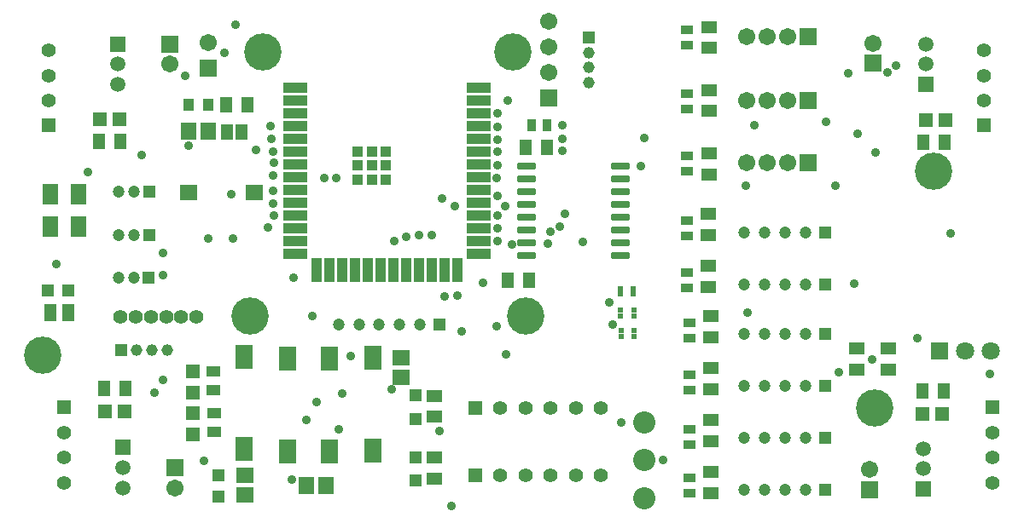
<source format=gts>
%FSTAX23Y23*%
%MOIN*%
%SFA1B1*%

%IPPOS*%
%AMD61*
4,1,8,0.037500,-0.008900,0.037500,0.008900,0.031500,0.014800,-0.031500,0.014800,-0.037500,0.008900,-0.037500,-0.008900,-0.031500,-0.014800,0.031500,-0.014800,0.037500,-0.008900,0.0*
1,1,0.011898,0.031500,-0.008900*
1,1,0.011898,0.031500,0.008900*
1,1,0.011898,-0.031500,0.008900*
1,1,0.011898,-0.031500,-0.008900*
%
%ADD26R,0.039370X0.049212*%
%ADD28R,0.049689X0.037594*%
%ADD29R,0.059378X0.047500*%
%ADD30R,0.047500X0.059378*%
%ADD34R,0.037594X0.049689*%
%ADD35R,0.053342X0.057563*%
%ADD36R,0.045275X0.045275*%
%ADD38R,0.047244X0.047244*%
%ADD43R,0.047244X0.047244*%
%ADD45R,0.055441X0.039626*%
%ADD46R,0.043433X0.043433*%
%ADD47R,0.043433X0.096582*%
%ADD48R,0.096582X0.043433*%
%ADD49R,0.023748X0.022961*%
%ADD50R,0.061937X0.083197*%
%ADD51C,0.086740*%
%ADD52R,0.059181X0.051307*%
%ADD53R,0.051307X0.059181*%
%ADD54R,0.070992X0.093827*%
%ADD55R,0.070992X0.094614*%
%ADD56R,0.069023X0.061149*%
%ADD57R,0.067055X0.063118*%
%ADD58R,0.049338X0.065086*%
%ADD59R,0.051307X0.061149*%
%ADD60R,0.063118X0.067055*%
G04~CAMADD=61~8~0.0~0.0~296.5~749.3~59.5~0.0~15~0.0~0.0~0.0~0.0~0~0.0~0.0~0.0~0.0~0~0.0~0.0~0.0~270.0~750.0~297.0*
%ADD61D61*%
%ADD62R,0.055244X0.055244*%
%ADD63C,0.045275*%
%ADD64C,0.067055*%
%ADD65R,0.067055X0.067055*%
%ADD66C,0.047244*%
%ADD67C,0.070992*%
%ADD68R,0.070992X0.070992*%
%ADD69R,0.067055X0.067055*%
%ADD70C,0.055118*%
%ADD71R,0.055118X0.055118*%
%ADD72C,0.059181*%
%ADD73R,0.059181X0.059181*%
%ADD74R,0.045275X0.045275*%
%ADD75C,0.055559*%
%ADD76R,0.055118X0.055118*%
%ADD77C,0.145795*%
%ADD78C,0.035559*%
%LNpcb1-1*%
%LPD*%
G54D26*
X08515Y0508D03*
X08594D03*
G54D28*
X10462Y04365D03*
Y04426D03*
Y04568D03*
Y04629D03*
X10472Y04168D03*
Y04229D03*
Y03965D03*
Y04026D03*
Y0375D03*
Y03811D03*
Y0356D03*
Y03621D03*
X10462Y04881D03*
Y0482D03*
Y05126D03*
Y05065D03*
Y05376D03*
Y05315D03*
G54D29*
X1125Y04127D03*
Y04044D03*
X11128Y04127D03*
Y04044D03*
G54D30*
X09762Y04393D03*
X09845D03*
X08746Y0508D03*
X08663D03*
G54D34*
X09916Y05002D03*
X09855D03*
G54D35*
X08169Y05025D03*
X08246D03*
X08266Y0388D03*
X08189D03*
X11461Y03872D03*
X11384D03*
X11396Y05022D03*
X11473D03*
G54D36*
X09404Y0361D03*
Y03702D03*
Y03852D03*
Y03944D03*
X1008Y05345D03*
G54D38*
X08634Y03549D03*
Y03631D03*
G54D43*
X08047Y04355D03*
X07965D03*
X11003Y04582D03*
Y03777D03*
Y04183D03*
Y03574D03*
Y04379D03*
Y0398D03*
X08362Y0474D03*
Y04572D03*
X08361Y04403D03*
X09498Y04222D03*
G54D45*
X08618Y038D03*
Y03875D03*
X08612Y03963D03*
Y04038D03*
G54D46*
X09287Y04899D03*
X09232D03*
X09177D03*
X09287Y04788D03*
X09232D03*
X09177D03*
X09287Y04844D03*
X09177D03*
X09232D03*
G54D47*
X09566Y04433D03*
X09516D03*
X09466D03*
X09416D03*
X09366D03*
X09316D03*
X09266D03*
X09216D03*
X09166D03*
X09116D03*
X09066D03*
X09016D03*
G54D48*
X09651Y05148D03*
Y04498D03*
Y04548D03*
Y04598D03*
Y04648D03*
Y04698D03*
Y04748D03*
Y04798D03*
Y04848D03*
Y04898D03*
Y04948D03*
Y04998D03*
Y05048D03*
Y05098D03*
X08932Y04997D03*
Y04947D03*
Y04897D03*
Y04847D03*
Y04797D03*
Y04747D03*
Y04697D03*
Y04647D03*
Y04597D03*
Y04547D03*
Y04497D03*
Y05047D03*
Y05097D03*
Y05147D03*
G54D49*
X10206Y04198D03*
Y04176D03*
X10204Y04279D03*
Y04256D03*
Y0434D03*
Y04362D03*
X10255Y04176D03*
Y04198D03*
Y04256D03*
Y04278D03*
X10253Y04362D03*
Y0434D03*
G54D50*
X08087Y0473D03*
X07975D03*
X08087Y04606D03*
X07975D03*
G54D51*
X10295Y03838D03*
Y0369D03*
X10295Y0354D03*
G54D52*
X10548Y04368D03*
Y0445D03*
X09477Y03619D03*
Y03701D03*
Y0386D03*
Y03942D03*
X10548Y0457D03*
Y04653D03*
X10558Y04171D03*
Y04253D03*
Y03968D03*
Y04051D03*
Y03765D03*
Y03848D03*
Y03562D03*
Y03645D03*
X10549Y04892D03*
Y04809D03*
X10551Y05139D03*
Y05057D03*
Y05385D03*
Y05303D03*
G54D53*
X09915Y04914D03*
X09832D03*
X08167Y04937D03*
X0825D03*
X08271Y03972D03*
X08188D03*
X11467Y0396D03*
X11384D03*
X11388Y04935D03*
X11471D03*
G54D54*
X09068Y03725D03*
X08902Y04087D03*
X08733Y04095D03*
X09237Y03729D03*
G54D55*
X09068Y04087D03*
X08902Y03725D03*
X08733Y03733D03*
X09237Y0409D03*
G54D56*
X08736Y03555D03*
Y03632D03*
G54D57*
X08772Y04737D03*
X08517D03*
X09347Y04016D03*
Y0409D03*
G54D58*
X08047Y04267D03*
X07975D03*
G54D59*
X08667Y04976D03*
X08722D03*
G54D60*
X08592Y04979D03*
X08517D03*
X09052Y03592D03*
X08977D03*
G54D61*
X09836Y0484D03*
Y0479D03*
Y0474D03*
Y0469D03*
Y0464D03*
Y0459D03*
Y0454D03*
Y0449D03*
X10202Y0484D03*
Y0479D03*
Y0474D03*
Y0469D03*
Y0464D03*
Y0459D03*
Y0454D03*
Y0449D03*
G54D62*
X08532Y03875D03*
Y03792D03*
X08533Y04039D03*
Y03956D03*
G54D63*
X1008Y05168D03*
Y05227D03*
Y05286D03*
X08432Y04121D03*
X08373D03*
X08313D03*
G54D64*
X10698Y05347D03*
X10856D03*
X10777D03*
X10698Y05098D03*
X10856D03*
X10777D03*
X10698Y04853D03*
X10856D03*
X10777D03*
X09924Y05409D03*
Y05309D03*
Y05209D03*
X08592Y05326D03*
X11189Y05322D03*
X11176Y03655D03*
X08444Y0524D03*
X08464Y03582D03*
G54D65*
X10935Y05347D03*
Y05098D03*
Y04853D03*
G54D66*
X10688Y04582D03*
X10767D03*
X10846D03*
X10925D03*
X10688Y03777D03*
X10767D03*
X10846D03*
X10925D03*
X10688Y04183D03*
X10767D03*
X10846D03*
X10925D03*
X10688Y03574D03*
X10767D03*
X10846D03*
X10925D03*
X10688Y04379D03*
X10767D03*
X10846D03*
X10925D03*
X10688Y0398D03*
X10767D03*
X10846D03*
X10925D03*
X08244Y0474D03*
X08303D03*
X08244Y04572D03*
X08303D03*
X08243Y04403D03*
X08302D03*
X09104Y04222D03*
X09183D03*
X09261D03*
X0934D03*
X09419D03*
G54D67*
X11651Y04119D03*
X11551D03*
G54D68*
X11451Y04119D03*
G54D69*
X09924Y05109D03*
X08592Y05226D03*
X11189Y05244D03*
X11176Y03576D03*
X08444Y05318D03*
X08464Y03661D03*
G54D70*
X10127Y03893D03*
X10029D03*
X09931D03*
X09832D03*
X09734D03*
X10127Y03631D03*
X10029D03*
X09931D03*
X09832D03*
X09734D03*
X0797Y05098D03*
Y05196D03*
Y05295D03*
X08031Y03799D03*
Y037D03*
Y03602D03*
X11655Y03799D03*
Y037D03*
Y03602D03*
X11624Y05098D03*
Y05196D03*
Y05295D03*
G54D71*
X09635Y03893D03*
Y03631D03*
G54D72*
X0824Y05161D03*
Y0524D03*
X08259Y03582D03*
Y03661D03*
X11387Y03736D03*
Y03657D03*
X11395Y05318D03*
Y0524D03*
G54D73*
X0824Y05318D03*
X08259Y0374D03*
X11387Y03578D03*
X11395Y05161D03*
G54D74*
X08254Y04121D03*
G54D75*
X08251Y04251D03*
X08311D03*
X0837D03*
X08429D03*
X08488D03*
X08547D03*
G54D76*
X0797Y05D03*
X08031Y03897D03*
X11655D03*
X11624Y05D03*
G54D77*
X11428Y04821D03*
X11196Y03893D03*
X07948Y04102D03*
X09832Y04253D03*
X08756D03*
X08806Y05287D03*
X09783D03*
G54D78*
X09319Y04547D03*
X09092Y04794D03*
X09045Y04793D03*
X09721Y04794D03*
X11057Y04033D03*
X11187Y04083D03*
X08382Y03956D03*
X09921Y04539D03*
X08658Y05285D03*
X08683Y04732D03*
X08825Y046D03*
X08849Y04647D03*
X09466Y0457D03*
X09417Y0457D03*
X09365Y04565D03*
X10701Y04267D03*
X09495Y03805D03*
X08517Y04921D03*
X11645Y04027D03*
X09986Y04654D03*
X08837Y04998D03*
X08839Y04947D03*
X08779Y04905D03*
X08122Y04818D03*
X09515Y0433D03*
X09566Y04334D03*
X08577Y03688D03*
X112Y04896D03*
X11492Y04578D03*
X11246Y05208D03*
X11279Y05236D03*
X08925Y04405D03*
X09Y04255D03*
X09311Y03968D03*
X09118Y03952D03*
X09149Y04098D03*
X0972Y04216D03*
X10283Y04842D03*
X09967Y04603D03*
X0993Y04583D03*
X10055Y04543D03*
X11007Y05015D03*
X10161Y04307D03*
X10173Y0422D03*
X09102Y03811D03*
X0885Y04854D03*
X08848Y04897D03*
X08333Y04884D03*
X08417Y04413D03*
Y04501D03*
X11118Y04381D03*
X11364Y04168D03*
X09582Y04196D03*
X10295Y04952D03*
X09976Y04901D03*
X09724Y04996D03*
X09976Y04948D03*
Y05D03*
X1037Y03692D03*
X11043Y04763D03*
X10692D03*
X09724Y04944D03*
X09763Y05098D03*
X09724Y05048D03*
Y04598D03*
X09665Y04385D03*
X09779Y04535D03*
X09756Y04104D03*
X11129Y04968D03*
X09543Y03511D03*
X08848Y04744D03*
Y04696D03*
Y04803D03*
X10206Y03838D03*
X0869Y04557D03*
X08592D03*
X09557Y04685D03*
X09724Y04724D03*
X09753Y04685D03*
X09724Y04649D03*
X08503Y05196D03*
X08919Y03614D03*
X08415Y04005D03*
X08978Y03848D03*
X09015Y03917D03*
X08001Y04458D03*
X087Y05393D03*
X10728Y05D03*
X09724Y04547D03*
X09507Y04714D03*
X11092Y05206D03*
X09724Y04846D03*
Y04897D03*
M02*
</source>
